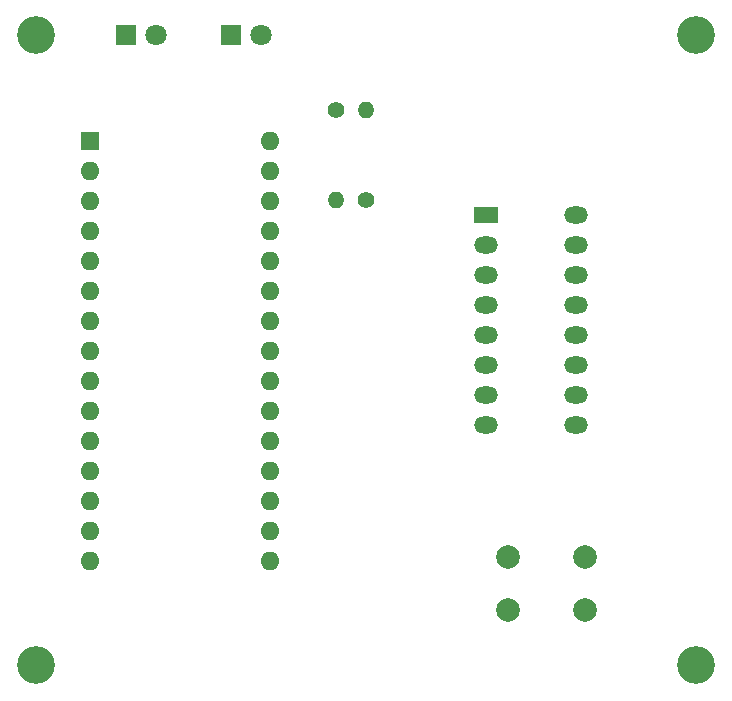
<source format=gbs>
G04 #@! TF.GenerationSoftware,KiCad,Pcbnew,8.0.3*
G04 #@! TF.CreationDate,2025-02-15T11:00:24+13:00*
G04 #@! TF.ProjectId,2102_sram_tester,32313032-5f73-4726-916d-5f7465737465,rev?*
G04 #@! TF.SameCoordinates,Original*
G04 #@! TF.FileFunction,Soldermask,Bot*
G04 #@! TF.FilePolarity,Negative*
%FSLAX46Y46*%
G04 Gerber Fmt 4.6, Leading zero omitted, Abs format (unit mm)*
G04 Created by KiCad (PCBNEW 8.0.3) date 2025-02-15 11:00:24*
%MOMM*%
%LPD*%
G01*
G04 APERTURE LIST*
%ADD10R,2.000000X1.440000*%
%ADD11O,2.000000X1.440000*%
%ADD12R,1.800000X1.800000*%
%ADD13C,1.800000*%
%ADD14C,3.200000*%
%ADD15R,1.600000X1.600000*%
%ADD16O,1.600000X1.600000*%
%ADD17C,1.400000*%
%ADD18O,1.400000X1.400000*%
%ADD19C,2.000000*%
G04 APERTURE END LIST*
D10*
X153670000Y-87376000D03*
D11*
X153670000Y-89916000D03*
X153670000Y-92456000D03*
X153670000Y-94996000D03*
X153670000Y-97536000D03*
X153670000Y-100076000D03*
X153670000Y-102616000D03*
X153670000Y-105156000D03*
X161290000Y-105156000D03*
X161290000Y-102616000D03*
X161290000Y-100076000D03*
X161290000Y-97536000D03*
X161290000Y-94996000D03*
X161290000Y-92456000D03*
X161290000Y-89916000D03*
X161290000Y-87376000D03*
D12*
X123190000Y-72136000D03*
D13*
X125730000Y-72136000D03*
D14*
X115570000Y-72136000D03*
D12*
X132080000Y-72136000D03*
D13*
X134620000Y-72136000D03*
D15*
X120150000Y-81096000D03*
D16*
X120150000Y-83636000D03*
X120150000Y-86176000D03*
X120150000Y-88716000D03*
X120150000Y-91256000D03*
X120150000Y-93796000D03*
X120150000Y-96336000D03*
X120150000Y-98876000D03*
X120150000Y-101416000D03*
X120150000Y-103956000D03*
X120150000Y-106496000D03*
X120150000Y-109036000D03*
X120150000Y-111576000D03*
X120150000Y-114116000D03*
X120150000Y-116656000D03*
X135390000Y-116656000D03*
X135390000Y-114116000D03*
X135390000Y-111576000D03*
X135390000Y-109036000D03*
X135390000Y-106496000D03*
X135390000Y-103956000D03*
X135390000Y-101416000D03*
X135390000Y-98876000D03*
X135390000Y-96336000D03*
X135390000Y-93796000D03*
X135390000Y-91256000D03*
X135390000Y-88716000D03*
X135390000Y-86176000D03*
X135390000Y-83636000D03*
X135390000Y-81096000D03*
D17*
X143510000Y-86106000D03*
D18*
X143510000Y-78486000D03*
D14*
X171450000Y-72136000D03*
X171450000Y-125476000D03*
D17*
X140970000Y-78486000D03*
D18*
X140970000Y-86106000D03*
D14*
X115570000Y-125476000D03*
D19*
X155500000Y-116256000D03*
X162000000Y-116256000D03*
X155500000Y-120756000D03*
X162000000Y-120756000D03*
M02*

</source>
